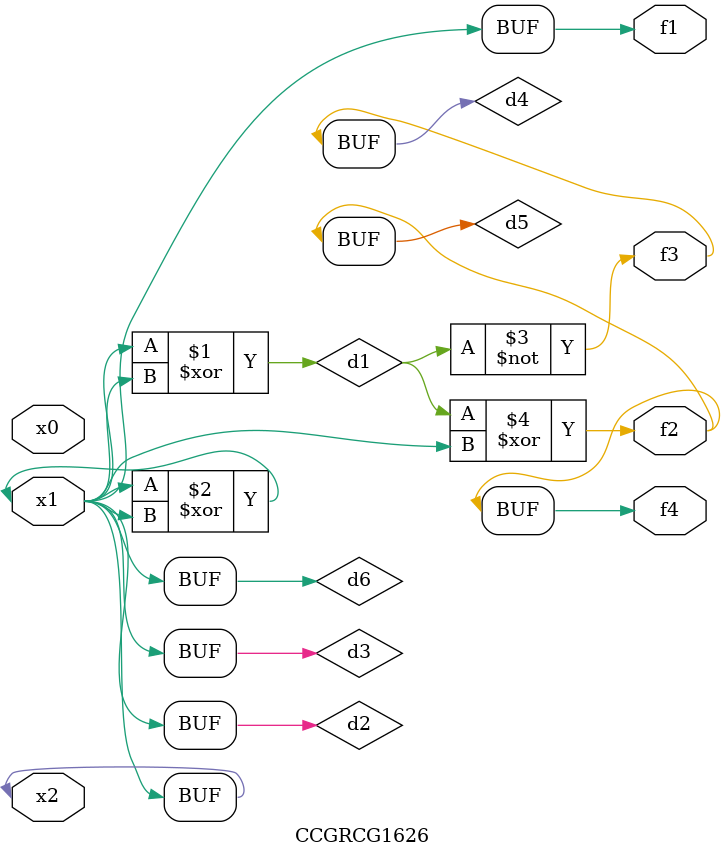
<source format=v>
module CCGRCG1626(
	input x0, x1, x2,
	output f1, f2, f3, f4
);

	wire d1, d2, d3, d4, d5, d6;

	xor (d1, x1, x2);
	buf (d2, x1, x2);
	xor (d3, x1, x2);
	nor (d4, d1);
	xor (d5, d1, d2);
	buf (d6, d2, d3);
	assign f1 = d6;
	assign f2 = d5;
	assign f3 = d4;
	assign f4 = d5;
endmodule

</source>
